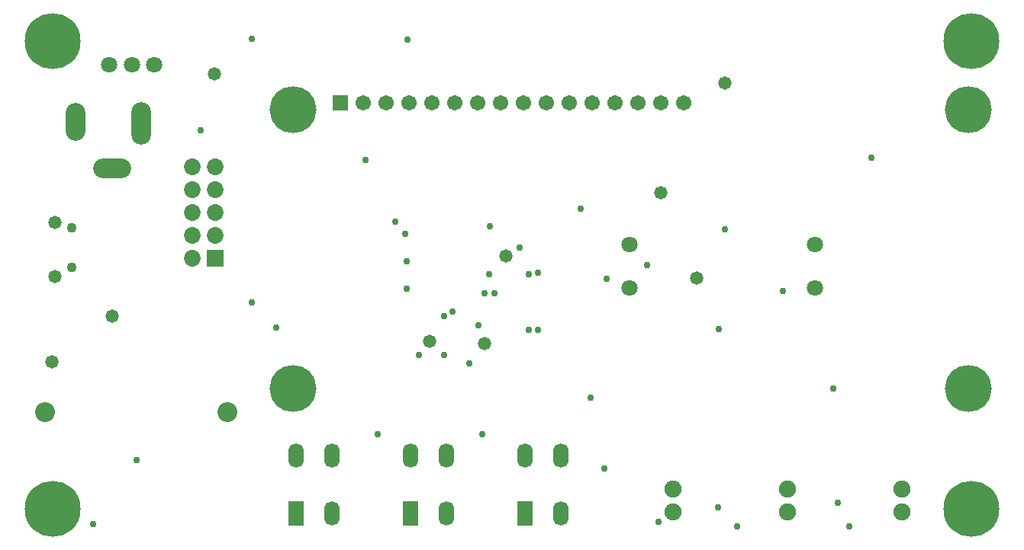
<source format=gbs>
%FSLAX44Y44*%
%MOMM*%
G71*
G01*
G75*
G04 Layer_Color=16711935*
%ADD10C,0.2540*%
%ADD11C,0.5080*%
%ADD12C,0.5842*%
%ADD13C,1.2700*%
%ADD14R,0.9000X1.0000*%
%ADD15R,1.0160X0.7620*%
%ADD16R,1.8000X1.3000*%
%ADD17R,1.1430X1.2700*%
%ADD18R,1.0000X1.0000*%
%ADD19R,1.0000X1.0000*%
%ADD20R,1.0000X0.9000*%
G04:AMPARAMS|DCode=21|XSize=2.8mm|YSize=0.5mm|CornerRadius=0.125mm|HoleSize=0mm|Usage=FLASHONLY|Rotation=180.000|XOffset=0mm|YOffset=0mm|HoleType=Round|Shape=RoundedRectangle|*
%AMROUNDEDRECTD21*
21,1,2.8000,0.2500,0,0,180.0*
21,1,2.5500,0.5000,0,0,180.0*
1,1,0.2500,-1.2750,0.1250*
1,1,0.2500,1.2750,0.1250*
1,1,0.2500,1.2750,-0.1250*
1,1,0.2500,-1.2750,-0.1250*
%
%ADD21ROUNDEDRECTD21*%
G04:AMPARAMS|DCode=22|XSize=3.5mm|YSize=2.05mm|CornerRadius=0.5125mm|HoleSize=0mm|Usage=FLASHONLY|Rotation=180.000|XOffset=0mm|YOffset=0mm|HoleType=Round|Shape=RoundedRectangle|*
%AMROUNDEDRECTD22*
21,1,3.5000,1.0250,0,0,180.0*
21,1,2.4750,2.0500,0,0,180.0*
1,1,1.0250,-1.2375,0.5125*
1,1,1.0250,1.2375,0.5125*
1,1,1.0250,1.2375,-0.5125*
1,1,1.0250,-1.2375,-0.5125*
%
%ADD22ROUNDEDRECTD22*%
G04:AMPARAMS|DCode=23|XSize=4mm|YSize=2.05mm|CornerRadius=0.5125mm|HoleSize=0mm|Usage=FLASHONLY|Rotation=180.000|XOffset=0mm|YOffset=0mm|HoleType=Round|Shape=RoundedRectangle|*
%AMROUNDEDRECTD23*
21,1,4.0000,1.0250,0,0,180.0*
21,1,2.9750,2.0500,0,0,180.0*
1,1,1.0250,-1.4875,0.5125*
1,1,1.0250,1.4875,0.5125*
1,1,1.0250,1.4875,-0.5125*
1,1,1.0250,-1.4875,-0.5125*
%
%ADD23ROUNDEDRECTD23*%
G04:AMPARAMS|DCode=24|XSize=3.5mm|YSize=2.05mm|CornerRadius=0.5125mm|HoleSize=0mm|Usage=FLASHONLY|Rotation=180.000|XOffset=0mm|YOffset=0mm|HoleType=Round|Shape=RoundedRectangle|*
%AMROUNDEDRECTD24*
21,1,3.5000,1.0250,0,0,180.0*
21,1,2.4750,2.0500,0,0,180.0*
1,1,1.0250,-1.2375,0.5125*
1,1,1.0250,1.2375,0.5125*
1,1,1.0250,1.2375,-0.5125*
1,1,1.0250,-1.2375,-0.5125*
%
%ADD24ROUNDEDRECTD24*%
%ADD25O,0.6000X1.9000*%
%ADD26O,1.9000X0.6000*%
%ADD27O,0.6000X2.0500*%
%ADD28O,2.0500X0.6000*%
%ADD29R,0.6000X0.8500*%
%ADD30C,1.0160*%
%ADD31C,0.7620*%
%ADD32C,0.3810*%
%ADD33R,2.5250X7.2000*%
%ADD34R,4.1500X2.0750*%
%ADD35R,2.7250X2.0750*%
%ADD36R,1.2250X7.2000*%
%ADD37C,1.6500*%
%ADD38R,1.6500X1.6500*%
%ADD39C,1.6000*%
%ADD40O,1.5000X2.5000*%
%ADD41R,1.5000X2.5000*%
%ADD42O,4.0000X2.0000*%
%ADD43O,2.0000X4.5000*%
%ADD44O,2.0000X4.0000*%
%ADD45C,2.0000*%
%ADD46C,1.7000*%
%ADD47C,0.9000*%
%ADD48C,6.0000*%
%ADD49C,1.5000*%
%ADD50R,1.5000X1.5000*%
%ADD51C,5.0000*%
%ADD52C,0.7000*%
%ADD53C,1.2700*%
%ADD54C,0.2500*%
%ADD55C,0.2000*%
%ADD56C,1.0000*%
%ADD57C,0.6000*%
%ADD58C,0.1000*%
%ADD59C,0.5000*%
%ADD60C,0.1016*%
%ADD61R,1.9000X4.1000*%
%ADD62R,1.7500X7.7750*%
%ADD63R,3.1250X0.8750*%
%ADD64R,1.1032X1.2032*%
%ADD65R,1.2192X0.9652*%
%ADD66R,2.0032X1.5032*%
%ADD67R,1.3462X1.4732*%
%ADD68R,1.2032X1.2032*%
%ADD69R,1.2032X1.2032*%
%ADD70R,1.2032X1.1032*%
G04:AMPARAMS|DCode=71|XSize=3.0032mm|YSize=0.7032mm|CornerRadius=0.2266mm|HoleSize=0mm|Usage=FLASHONLY|Rotation=180.000|XOffset=0mm|YOffset=0mm|HoleType=Round|Shape=RoundedRectangle|*
%AMROUNDEDRECTD71*
21,1,3.0032,0.2500,0,0,180.0*
21,1,2.5500,0.7032,0,0,180.0*
1,1,0.4532,-1.2750,0.1250*
1,1,0.4532,1.2750,0.1250*
1,1,0.4532,1.2750,-0.1250*
1,1,0.4532,-1.2750,-0.1250*
%
%ADD71ROUNDEDRECTD71*%
G04:AMPARAMS|DCode=72|XSize=3.7032mm|YSize=2.2532mm|CornerRadius=0.6141mm|HoleSize=0mm|Usage=FLASHONLY|Rotation=180.000|XOffset=0mm|YOffset=0mm|HoleType=Round|Shape=RoundedRectangle|*
%AMROUNDEDRECTD72*
21,1,3.7032,1.0250,0,0,180.0*
21,1,2.4750,2.2532,0,0,180.0*
1,1,1.2282,-1.2375,0.5125*
1,1,1.2282,1.2375,0.5125*
1,1,1.2282,1.2375,-0.5125*
1,1,1.2282,-1.2375,-0.5125*
%
%ADD72ROUNDEDRECTD72*%
G04:AMPARAMS|DCode=73|XSize=4.2032mm|YSize=2.2532mm|CornerRadius=0.6141mm|HoleSize=0mm|Usage=FLASHONLY|Rotation=180.000|XOffset=0mm|YOffset=0mm|HoleType=Round|Shape=RoundedRectangle|*
%AMROUNDEDRECTD73*
21,1,4.2032,1.0250,0,0,180.0*
21,1,2.9750,2.2532,0,0,180.0*
1,1,1.2282,-1.4875,0.5125*
1,1,1.2282,1.4875,0.5125*
1,1,1.2282,1.4875,-0.5125*
1,1,1.2282,-1.4875,-0.5125*
%
%ADD73ROUNDEDRECTD73*%
G04:AMPARAMS|DCode=74|XSize=3.7032mm|YSize=2.2532mm|CornerRadius=0.6141mm|HoleSize=0mm|Usage=FLASHONLY|Rotation=180.000|XOffset=0mm|YOffset=0mm|HoleType=Round|Shape=RoundedRectangle|*
%AMROUNDEDRECTD74*
21,1,3.7032,1.0250,0,0,180.0*
21,1,2.4750,2.2532,0,0,180.0*
1,1,1.2282,-1.2375,0.5125*
1,1,1.2282,1.2375,0.5125*
1,1,1.2282,1.2375,-0.5125*
1,1,1.2282,-1.2375,-0.5125*
%
%ADD74ROUNDEDRECTD74*%
%ADD75O,0.8032X2.1032*%
%ADD76O,2.1032X0.8032*%
%ADD77O,0.8032X2.2532*%
%ADD78O,2.2532X0.8032*%
%ADD79R,0.8032X1.0532*%
%ADD80C,1.8532*%
%ADD81R,1.8532X1.8532*%
%ADD82C,1.8032*%
%ADD83O,1.7032X2.7032*%
%ADD84R,1.7032X2.7032*%
%ADD85O,4.2032X2.2032*%
%ADD86O,2.2032X4.7032*%
%ADD87O,2.2032X4.2032*%
%ADD88C,2.2032*%
%ADD89C,1.9032*%
%ADD90C,1.1032*%
%ADD91C,6.2032*%
%ADD92C,1.7032*%
%ADD93R,1.7032X1.7032*%
%ADD94C,5.2032*%
%ADD95C,0.7508*%
%ADD96C,1.4732*%
D80*
X195580Y420370D02*
D03*
X220980D02*
D03*
X195580Y394970D02*
D03*
X220980D02*
D03*
X195580Y369570D02*
D03*
X220980D02*
D03*
X195580Y344170D02*
D03*
X220980D02*
D03*
X195580Y318770D02*
D03*
D81*
X220980D02*
D03*
D82*
X680720Y334280D02*
D03*
Y285480D02*
D03*
X103270Y533400D02*
D03*
X128270D02*
D03*
X153270D02*
D03*
X886460Y285480D02*
D03*
Y334280D02*
D03*
D83*
X477200Y99810D02*
D03*
X437200D02*
D03*
X477200Y34810D02*
D03*
X604200Y99810D02*
D03*
X564200D02*
D03*
X604200Y34810D02*
D03*
X350200Y99810D02*
D03*
X310200D02*
D03*
X350200Y34810D02*
D03*
D84*
X437200D02*
D03*
X564200D02*
D03*
X310200D02*
D03*
D85*
X106270Y418630D02*
D03*
D86*
X138270Y468630D02*
D03*
D87*
X66110Y469900D02*
D03*
D88*
X32190Y147320D02*
D03*
X234440D02*
D03*
D89*
X728980Y62230D02*
D03*
Y36830D02*
D03*
X855980Y62230D02*
D03*
Y36830D02*
D03*
X982980Y62230D02*
D03*
Y36830D02*
D03*
D90*
X61840Y308710D02*
D03*
Y352710D02*
D03*
D91*
X1060000Y560000D02*
D03*
Y40000D02*
D03*
X40000Y560000D02*
D03*
Y40000D02*
D03*
D92*
X740529Y491262D02*
D03*
X715129D02*
D03*
X689729D02*
D03*
X664329D02*
D03*
X638929D02*
D03*
X613529D02*
D03*
X588129D02*
D03*
X562729D02*
D03*
X537329D02*
D03*
X511929D02*
D03*
X486529D02*
D03*
X461129D02*
D03*
X435729D02*
D03*
X410329D02*
D03*
X384929D02*
D03*
D93*
X359529D02*
D03*
D94*
X307340Y483870D02*
D03*
Y173990D02*
D03*
X1056640Y483870D02*
D03*
Y173990D02*
D03*
D95*
X519430Y279400D02*
D03*
X530860D02*
D03*
X483870Y259080D02*
D03*
X474980Y254000D02*
D03*
X431800Y345440D02*
D03*
X433070Y314960D02*
D03*
X579120Y302260D02*
D03*
X568960Y238760D02*
D03*
X579120Y239014D02*
D03*
X800100Y20320D02*
D03*
X712470Y25400D02*
D03*
X652780Y85090D02*
D03*
X516890Y123190D02*
D03*
X401320D02*
D03*
X204470Y461010D02*
D03*
X924560Y20320D02*
D03*
X447040Y210820D02*
D03*
X474980D02*
D03*
X568960Y300990D02*
D03*
X513080Y243840D02*
D03*
X502920Y201930D02*
D03*
X420172Y359410D02*
D03*
X433070Y284480D02*
D03*
X626110Y373380D02*
D03*
X655320Y295910D02*
D03*
X699770Y311150D02*
D03*
X786130Y350520D02*
D03*
X779780Y240030D02*
D03*
X261620Y562610D02*
D03*
Y269240D02*
D03*
X288290Y241300D02*
D03*
X85090Y22860D02*
D03*
X850900Y281940D02*
D03*
X911860Y46990D02*
D03*
X434340Y561340D02*
D03*
X948690Y430530D02*
D03*
X906780Y173990D02*
D03*
X133145Y94185D02*
D03*
X387350Y427990D02*
D03*
X637540Y163830D02*
D03*
X525780Y354330D02*
D03*
X524510Y300990D02*
D03*
X558800Y330200D02*
D03*
X778510Y41910D02*
D03*
D96*
X39370Y203200D02*
D03*
X106680Y254000D02*
D03*
X458470Y226060D02*
D03*
X519430Y223520D02*
D03*
X543560Y321310D02*
D03*
X786130Y513080D02*
D03*
X755210Y296350D02*
D03*
X219710Y523240D02*
D03*
X42840Y358480D02*
D03*
Y298110D02*
D03*
X715010Y391160D02*
D03*
M02*

</source>
